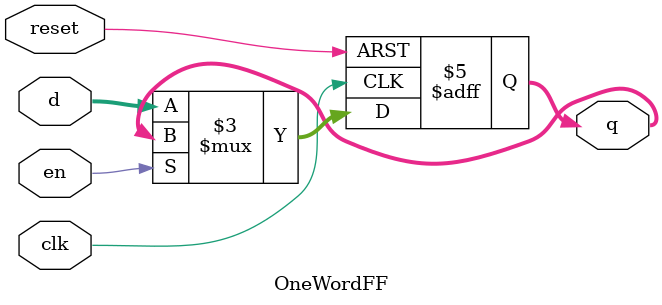
<source format=v>
`timescale 1ns / 1ps


module OneWordFF(
    clk, reset, en, d, q
    );
  
    input clk, reset, en;
    input [31:0] d;
    output reg [31:0] q;
    
    always @(posedge clk, posedge reset) begin
        if (reset)
            q <= 0;
        else if (!en)
            q <= d;
    end
    
endmodule


</source>
